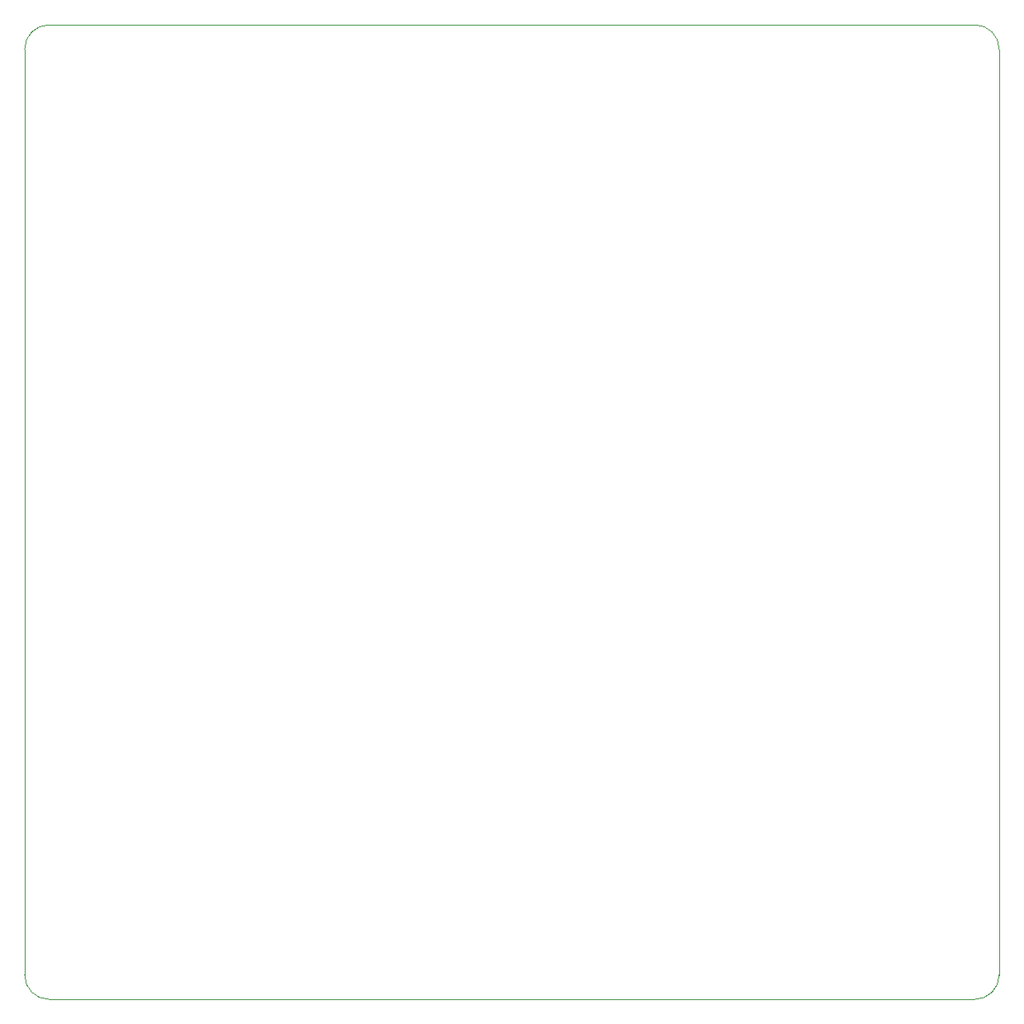
<source format=gm1>
G04 #@! TF.GenerationSoftware,KiCad,Pcbnew,7.0.8*
G04 #@! TF.CreationDate,2024-01-05T15:28:00+00:00*
G04 #@! TF.ProjectId,AudioSID,41756469-6f53-4494-942e-6b696361645f,rev?*
G04 #@! TF.SameCoordinates,Original*
G04 #@! TF.FileFunction,Profile,NP*
%FSLAX46Y46*%
G04 Gerber Fmt 4.6, Leading zero omitted, Abs format (unit mm)*
G04 Created by KiCad (PCBNEW 7.0.8) date 2024-01-05 15:28:00*
%MOMM*%
%LPD*%
G01*
G04 APERTURE LIST*
G04 #@! TA.AperFunction,Profile*
%ADD10C,0.050000*%
G04 #@! TD*
G04 APERTURE END LIST*
D10*
X200000000Y-112500000D02*
X200000000Y-107500000D01*
X200000000Y-107500000D02*
X200000000Y-52500000D01*
X197500000Y-150000000D02*
X102500000Y-150000000D01*
X100000000Y-147500000D02*
X100000000Y-52500000D01*
X102500000Y-50000000D02*
X197500000Y-50000000D01*
X100000000Y-147500000D02*
G75*
G03*
X102500000Y-150000000I2500000J0D01*
G01*
X102500000Y-50000000D02*
G75*
G03*
X100000000Y-52500000I0J-2500000D01*
G01*
X200000000Y-147500000D02*
X200000000Y-112500000D01*
X197500000Y-150000000D02*
G75*
G03*
X200000000Y-147500000I0J2500000D01*
G01*
X200000000Y-52500000D02*
G75*
G03*
X197500000Y-50000000I-2500000J0D01*
G01*
M02*

</source>
